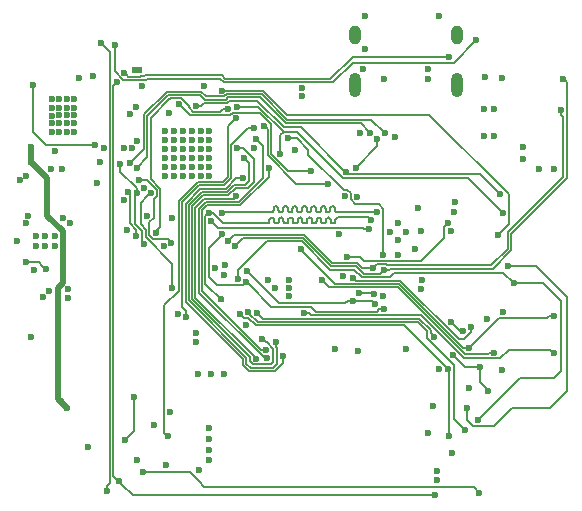
<source format=gbr>
G04 #@! TF.GenerationSoftware,KiCad,Pcbnew,5.0.2-bee76a0~70~ubuntu18.04.1*
G04 #@! TF.CreationDate,2019-04-08T17:38:34+02:00*
G04 #@! TF.ProjectId,anotterwatch,616e6f74-7465-4727-9761-7463682e6b69,rev?*
G04 #@! TF.SameCoordinates,Original*
G04 #@! TF.FileFunction,Copper,L2,Inr*
G04 #@! TF.FilePolarity,Positive*
%FSLAX46Y46*%
G04 Gerber Fmt 4.6, Leading zero omitted, Abs format (unit mm)*
G04 Created by KiCad (PCBNEW 5.0.2-bee76a0~70~ubuntu18.04.1) date Mo 08 Apr 2019 17:38:34 CEST*
%MOMM*%
%LPD*%
G01*
G04 APERTURE LIST*
G04 #@! TA.AperFunction,ViaPad*
%ADD10O,1.000000X2.100000*%
G04 #@! TD*
G04 #@! TA.AperFunction,ViaPad*
%ADD11O,1.000000X1.600000*%
G04 #@! TD*
G04 #@! TA.AperFunction,ViaPad*
%ADD12R,0.900000X0.500000*%
G04 #@! TD*
G04 #@! TA.AperFunction,ViaPad*
%ADD13C,0.600000*%
G04 #@! TD*
G04 #@! TA.AperFunction,Conductor*
%ADD14C,0.150000*%
G04 #@! TD*
G04 #@! TA.AperFunction,Conductor*
%ADD15C,0.200000*%
G04 #@! TD*
G04 #@! TA.AperFunction,Conductor*
%ADD16C,0.500000*%
G04 #@! TD*
G04 APERTURE END LIST*
D10*
G04 #@! TO.N,GND*
G04 #@! TO.C,J4*
X107160600Y-75221500D03*
X115800600Y-75221500D03*
D11*
X107160600Y-71041500D03*
X115800600Y-71041500D03*
G04 #@! TD*
D12*
G04 #@! TO.N,GND*
G04 #@! TO.C,AE1*
X88679600Y-74015600D03*
G04 #@! TD*
D13*
G04 #@! TO.N,GND*
X80950000Y-88890000D03*
X93340000Y-81410000D03*
X93340000Y-80660000D03*
X92590000Y-80660000D03*
X92590000Y-81410000D03*
X92590000Y-82160000D03*
X93340000Y-82160000D03*
X94090000Y-82160000D03*
X94090000Y-81410000D03*
X94090000Y-80660000D03*
X94090000Y-79910000D03*
X93340000Y-79910000D03*
X92590000Y-79910000D03*
X91840000Y-79910000D03*
X91840000Y-80660000D03*
X91840000Y-81410000D03*
X91840000Y-82160000D03*
X91090000Y-82160000D03*
X91090000Y-81410000D03*
X91090000Y-80660000D03*
X91090000Y-79910000D03*
X91090000Y-79160000D03*
X91840000Y-79160000D03*
X92590000Y-79160000D03*
X93340000Y-79160000D03*
X94090000Y-79160000D03*
X94840000Y-79160000D03*
X94840000Y-79910000D03*
X94840000Y-80660000D03*
X94840000Y-81410000D03*
X94840000Y-82160000D03*
X94840000Y-82910000D03*
X94090000Y-82910000D03*
X93340000Y-82910000D03*
X92590000Y-82910000D03*
X91840000Y-82910000D03*
X91090000Y-82910000D03*
G04 #@! TO.N,PROBE1*
X115265200Y-95300800D03*
X116298130Y-96062800D03*
G04 #@! TO.N,GNDA*
X112522000Y-85648800D03*
X112776000Y-87630000D03*
X115265200Y-87630000D03*
X112217200Y-89154000D03*
X119684800Y-94494000D03*
X116789200Y-100939600D03*
X113741200Y-102463600D03*
X115569375Y-86005025D03*
G04 #@! TO.N,ADC_REF*
X116687600Y-102616000D03*
X120142000Y-90576400D03*
G04 #@! TO.N,AFE_ENABLE*
X116992400Y-95758000D03*
X115073259Y-86928795D03*
X107028041Y-91572506D03*
X106982600Y-93492507D03*
X108864400Y-93776800D03*
X106527600Y-89814400D03*
X98044000Y-91033600D03*
G04 #@! TO.N,SE_ENABLE*
X120599200Y-92049600D03*
X117602000Y-103581194D03*
X97282000Y-91643200D03*
G04 #@! TO.N,GND*
X101600000Y-92456000D03*
X101600000Y-93116400D03*
X99771200Y-91795600D03*
X101600000Y-91795600D03*
X111455200Y-87680800D03*
X110794800Y-88341200D03*
X110794800Y-86969600D03*
X81500000Y-77828400D03*
X82143600Y-77825600D03*
X81500000Y-78488800D03*
X82143600Y-78486000D03*
X83413600Y-78486000D03*
X82753200Y-78486000D03*
X81500000Y-77168000D03*
X82143600Y-77165200D03*
X83413600Y-77165200D03*
X82753200Y-77165200D03*
X83413600Y-77825600D03*
X82753200Y-77825600D03*
X82143600Y-76403200D03*
X82753200Y-76403200D03*
X83413600Y-79197200D03*
X81500000Y-76400000D03*
X81500000Y-79200000D03*
X83400000Y-76400000D03*
X81750000Y-88900000D03*
X81750000Y-88050000D03*
X80200000Y-88050000D03*
X80200000Y-88900000D03*
X79350000Y-82950000D03*
X88679600Y-74015600D03*
X78802010Y-83300000D03*
X80750000Y-93200000D03*
X81300000Y-92650000D03*
X82753200Y-79197200D03*
X82753200Y-79197200D03*
X82143600Y-79197200D03*
X110128410Y-87680800D03*
X80949800Y-88036400D03*
X81737200Y-80822800D03*
X81432400Y-82397600D03*
X78587600Y-88493600D03*
X100431600Y-92456000D03*
X118973600Y-77317600D03*
X118110000Y-77317600D03*
X124053600Y-82397600D03*
X122783600Y-82397600D03*
X121361200Y-81534000D03*
X121361200Y-80467200D03*
X118973600Y-79603600D03*
X118059200Y-79603600D03*
X114300000Y-69392800D03*
X108051600Y-69392800D03*
X108000800Y-72186800D03*
X113334800Y-73914000D03*
X107594400Y-79349600D03*
X107848400Y-73863200D03*
X119634000Y-74676000D03*
X110591600Y-79654400D03*
X112877600Y-91735389D03*
X115620800Y-85191600D03*
X102717600Y-75539600D03*
X102717600Y-76200000D03*
X83769200Y-74625200D03*
X85547200Y-81788000D03*
X94843600Y-107035600D03*
X94843600Y-106121200D03*
X94843600Y-105206800D03*
X93929200Y-107848400D03*
X91135200Y-107391200D03*
X88747600Y-107035600D03*
X91541600Y-102920800D03*
X90119200Y-104038400D03*
X94843600Y-104292400D03*
X107334410Y-84734400D03*
X119594958Y-99353042D03*
X118313200Y-95046800D03*
X111455200Y-97637600D03*
X107442000Y-97790000D03*
X110794800Y-89650977D03*
X109526768Y-93077789D03*
X113334800Y-104749600D03*
X114147600Y-107899200D03*
X114291995Y-99314567D03*
X96164400Y-90525600D03*
X105816400Y-87878010D03*
X89550000Y-86310002D03*
X91690000Y-86540000D03*
X88105097Y-77678887D03*
X95294810Y-90700000D03*
X93725579Y-96246523D03*
X92216153Y-94653223D03*
X96100000Y-91300000D03*
X93900000Y-99700000D03*
X95000000Y-99700000D03*
X96100000Y-99700000D03*
X89165763Y-75334844D03*
X79710000Y-96620000D03*
G04 #@! TO.N,BUF_ENABLE*
X109626400Y-94234000D03*
X97960553Y-91904182D03*
X95919559Y-87887070D03*
G04 #@! TO.N,MUX_ENABLE*
X115163600Y-105003600D03*
X97434400Y-94640400D03*
X115017190Y-99263200D03*
G04 #@! TO.N,MUX_CH1*
X113893600Y-96570800D03*
X98862407Y-94539628D03*
G04 #@! TO.N,MUX_CH2*
X116484400Y-104495600D03*
X98143262Y-94432969D03*
G04 #@! TO.N,VBUS*
X109626400Y-74777600D03*
X113334800Y-74777600D03*
X87630000Y-80568800D03*
X88290400Y-80619600D03*
X79908400Y-75234800D03*
X85191600Y-80314800D03*
X109067600Y-79857600D03*
X107238800Y-82296000D03*
G04 #@! TO.N,IPS_LED*
X91338400Y-105003600D03*
G04 #@! TO.N,+BATT*
X83000000Y-86950000D03*
X82905600Y-92557600D03*
X82905600Y-93268800D03*
X82397600Y-82397600D03*
X82448400Y-86512400D03*
G04 #@! TO.N,IPS_MOSI*
X89893403Y-84367362D03*
X91700000Y-92400000D03*
G04 #@! TO.N,IPS_LED*
X97088835Y-78076395D03*
G04 #@! TO.N,+BATT*
X85895979Y-80619608D03*
G04 #@! TO.N,TXD*
X108458000Y-79298800D03*
X88727664Y-82242010D03*
G04 #@! TO.N,RXD*
X109677200Y-79298800D03*
X88090000Y-81880000D03*
G04 #@! TO.N,BTN_UP*
X119278400Y-87934800D03*
X95870000Y-75712010D03*
G04 #@! TO.N,BTN_CNTR*
X119684800Y-86055200D03*
X100813542Y-81087514D03*
X97172964Y-77072384D03*
G04 #@! TO.N,BTN_DOWN*
X119430800Y-84480400D03*
X106375200Y-82606790D03*
X93714485Y-77020821D03*
G04 #@! TO.N,ADC_SCK*
X108559515Y-86709610D03*
X94810000Y-86050000D03*
X95800000Y-93400000D03*
G04 #@! TO.N,IPS_DC*
X98660456Y-78853585D03*
X92900000Y-94900000D03*
G04 #@! TO.N,WAKE1*
X90344983Y-87762068D03*
X96447570Y-77258480D03*
G04 #@! TO.N,I2C_SCL*
X124612400Y-77368400D03*
X108708722Y-90741476D03*
X96422786Y-88411769D03*
X88663450Y-88051464D03*
X87968525Y-84322005D03*
G04 #@! TO.N,I2C_SDA*
X124815600Y-74726800D03*
X96995997Y-88881781D03*
X109626400Y-90943022D03*
X89280002Y-88679941D03*
X87290000Y-81930000D03*
X88689696Y-84413978D03*
G04 #@! TO.N,SD_DATA2*
X99314000Y-96723200D03*
X97188547Y-80588538D03*
G04 #@! TO.N,SD_DATA3*
X100482400Y-96977200D03*
X97800000Y-81430000D03*
G04 #@! TO.N,SD_CMD*
X101041200Y-98196400D03*
X97653364Y-83157855D03*
G04 #@! TO.N,SD_DATA1*
X98756166Y-98405590D03*
X97120032Y-84650032D03*
G04 #@! TO.N,PARTY_ENABLE*
X88442800Y-101650800D03*
X87680800Y-105308400D03*
G04 #@! TO.N,ESP32_DAC*
X99466400Y-78678590D03*
X104901375Y-83617425D03*
G04 #@! TO.N,Net-(D2-Pad1)*
X85699600Y-71729600D03*
X86156800Y-109626400D03*
G04 #@! TO.N,ADC_MISO*
X109073590Y-85998410D03*
X95893487Y-86069575D03*
X91630000Y-88590000D03*
X88910000Y-83300000D03*
G04 #@! TO.N,ADC_CS*
X108345263Y-87404335D03*
X95002827Y-86760591D03*
G04 #@! TO.N,ADC_CH_SEL*
X101506349Y-79748051D03*
X109524800Y-89611200D03*
G04 #@! TO.N,Net-(D1-Pad1)*
X117449600Y-71475600D03*
X86817200Y-71831200D03*
G04 #@! TO.N,+BATT*
X94370000Y-75330000D03*
G04 #@! TO.N,ESP_ADC*
X103428800Y-82499200D03*
G04 #@! TO.N,+3V3*
X80009377Y-90906076D03*
X98644655Y-80576144D03*
X118211600Y-74574400D03*
G04 #@! TO.N,ESP_ADC*
X92230000Y-76870000D03*
G04 #@! TO.N,+3V3*
X84988400Y-74523600D03*
X84582000Y-105867200D03*
X114147600Y-108661200D03*
X115468400Y-98145600D03*
X117754400Y-99161600D03*
X118465600Y-101142800D03*
X105511600Y-97637600D03*
X106121200Y-91440000D03*
X79502000Y-86360000D03*
X79298800Y-86969600D03*
X97942400Y-95554800D03*
X112725200Y-92557600D03*
X115417600Y-106426000D03*
X106290621Y-84632800D03*
X102057200Y-80772000D03*
X91450000Y-77590000D03*
X87830000Y-87520000D03*
X90978546Y-88912730D03*
X87619988Y-84960023D03*
X89275793Y-83983820D03*
X85360000Y-83580000D03*
X88660092Y-77123892D03*
X88700000Y-80000000D03*
X93728107Y-96973531D03*
G04 #@! TO.N,Net-(C28-Pad1)*
X79350000Y-90250000D03*
X80975200Y-90830400D03*
G04 #@! TO.N,Net-(J3-Pad1)*
X124002800Y-94843600D03*
X116840000Y-97485200D03*
X102565200Y-89154000D03*
G04 #@! TO.N,Net-(J3-Pad2)*
X118973600Y-97897600D03*
X104343200Y-91744800D03*
G04 #@! TO.N,Net-(J3-Pad3)*
X124002800Y-97942400D03*
X102819200Y-94538789D03*
G04 #@! TO.N,Net-(C15-Pad1)*
X108818632Y-92913200D03*
X107537610Y-92853528D03*
G04 #@! TO.N,Net-(BT1-Pad1)*
X79705200Y-80467200D03*
X82804000Y-102565200D03*
X82245200Y-102006400D03*
X79756000Y-81788000D03*
G04 #@! TO.N,Net-(D3-Pad1)*
X89255600Y-108051600D03*
X117703600Y-109778800D03*
G04 #@! TO.N,Net-(J1-Pad5)*
X98755200Y-79857596D03*
X99760178Y-98398116D03*
G04 #@! TO.N,Net-(J1-Pad7)*
X99629972Y-97682859D03*
X99850000Y-82310000D03*
G04 #@! TO.N,Net-(C31-Pad1)*
X115163600Y-72847200D03*
X113944400Y-109982000D03*
X87014410Y-75031600D03*
X87642261Y-74206539D03*
X87155123Y-108801791D03*
G04 #@! TD*
D14*
G04 #@! TO.N,PROBE1*
X116027200Y-96062800D02*
X116298130Y-96062800D01*
X115265200Y-95300800D02*
X116027200Y-96062800D01*
G04 #@! TO.N,ADC_REF*
X116687600Y-102616000D02*
X116687600Y-103124000D01*
X116687600Y-103124000D02*
X116687600Y-103632000D01*
X117138795Y-104083195D02*
X118979605Y-104083195D01*
X116687600Y-103632000D02*
X117138795Y-104083195D01*
X118979605Y-104083195D02*
X120497600Y-102565200D01*
X120497600Y-102565200D02*
X120548400Y-102616000D01*
X120548400Y-102616000D02*
X123647200Y-102616000D01*
X123647200Y-102616000D02*
X125120400Y-101142800D01*
X125120400Y-101142800D02*
X125120400Y-93218000D01*
X125120400Y-93218000D02*
X122478800Y-90576400D01*
X122478800Y-90576400D02*
X120142000Y-90576400D01*
G04 #@! TO.N,AFE_ENABLE*
X106982600Y-93492507D02*
X108580107Y-93492507D01*
X108580107Y-93492507D02*
X108864400Y-93776800D01*
X115983449Y-96762011D02*
X111018943Y-91797505D01*
X107253039Y-91797505D02*
X107028041Y-91572506D01*
X116412653Y-96762011D02*
X115983449Y-96762011D01*
X116992400Y-96182264D02*
X116412653Y-96762011D01*
X116992400Y-95758000D02*
X116992400Y-96182264D01*
X111018943Y-91797505D02*
X107253039Y-91797505D01*
X114706400Y-88188800D02*
X112731199Y-90164001D01*
X114706400Y-87295654D02*
X114706400Y-88188800D01*
X106951864Y-89814400D02*
X106527600Y-89814400D01*
X107911065Y-90164001D02*
X107561464Y-89814400D01*
X115073259Y-86928795D02*
X114706400Y-87295654D01*
X112731199Y-90164001D02*
X107911065Y-90164001D01*
X107561464Y-89814400D02*
X106951864Y-89814400D01*
X98343999Y-91333599D02*
X98044000Y-91033600D01*
X106982600Y-93492507D02*
X106558336Y-93492507D01*
X106558336Y-93492507D02*
X106324843Y-93726000D01*
X100736400Y-93726000D02*
X98343999Y-91333599D01*
X106324843Y-93726000D02*
X100736400Y-93726000D01*
G04 #@! TO.N,SE_ENABLE*
X124612400Y-99466400D02*
X124002800Y-100076000D01*
X121107194Y-100076000D02*
X117901999Y-103281195D01*
X117901999Y-103281195D02*
X117602000Y-103581194D01*
X124612400Y-93573600D02*
X124612400Y-99466400D01*
X124002800Y-100076000D02*
X121107194Y-100076000D01*
X123088400Y-92049600D02*
X124612400Y-93573600D01*
X120599200Y-92049600D02*
X123088400Y-92049600D01*
X105024583Y-90870421D02*
X102647762Y-88493600D01*
X119684800Y-91135200D02*
X110504150Y-91135200D01*
X110118856Y-91520494D02*
X107776483Y-91520494D01*
X97282000Y-90932000D02*
X97282000Y-91218936D01*
X107126410Y-90870421D02*
X105024583Y-90870421D01*
X102647762Y-88493600D02*
X99720400Y-88493600D01*
X120599200Y-92049600D02*
X119684800Y-91135200D01*
X110504150Y-91135200D02*
X110118856Y-91520494D01*
X99720400Y-88493600D02*
X97282000Y-90932000D01*
X107776483Y-91520494D02*
X107126410Y-90870421D01*
X97282000Y-91218936D02*
X97282000Y-91643200D01*
G04 #@! TO.N,BUF_ENABLE*
X108998936Y-94437200D02*
X103835200Y-94437200D01*
X98260552Y-92204181D02*
X97960553Y-91904182D01*
X103835200Y-94437200D02*
X103428800Y-94030800D01*
X103428800Y-94030800D02*
X100087171Y-94030800D01*
X109202136Y-94234000D02*
X108998936Y-94437200D01*
X100087171Y-94030800D02*
X98260552Y-92204181D01*
X109626400Y-94234000D02*
X109202136Y-94234000D01*
X94792800Y-89013829D02*
X95619560Y-88187069D01*
X95619560Y-88187069D02*
X95919559Y-87887070D01*
X97660554Y-92204181D02*
X95495933Y-92204181D01*
X95495933Y-92204181D02*
X94792800Y-91501048D01*
X94792800Y-91501048D02*
X94792800Y-89013829D01*
X97960553Y-91904182D02*
X97660554Y-92204181D01*
G04 #@! TO.N,MUX_ENABLE*
X97734399Y-94940399D02*
X98089999Y-94940399D01*
X97434400Y-94640400D02*
X97734399Y-94940399D01*
X114717191Y-98963201D02*
X115017190Y-99263200D01*
X115163600Y-99409610D02*
X115017190Y-99263200D01*
X98089999Y-94940399D02*
X98755200Y-95605600D01*
X98755200Y-95605600D02*
X111359590Y-95605600D01*
X111359590Y-95605600D02*
X114717191Y-98963201D01*
X115163600Y-105003600D02*
X115163600Y-99409610D01*
G04 #@! TO.N,MUX_CH1*
X99363580Y-95040801D02*
X99162406Y-94839627D01*
X112617601Y-95040801D02*
X99363580Y-95040801D01*
X99162406Y-94839627D02*
X98862407Y-94539628D01*
X113893600Y-96570800D02*
X113593601Y-96270801D01*
X113593601Y-96016801D02*
X112617601Y-95040801D01*
X113593601Y-96270801D02*
X113593601Y-96016801D01*
G04 #@! TO.N,MUX_CH2*
X98143262Y-94536462D02*
X98143262Y-94432969D01*
X101769411Y-95317811D02*
X98924611Y-95317811D01*
X98924611Y-95317811D02*
X98143262Y-94536462D01*
X113284000Y-96113600D02*
X112488210Y-95317810D01*
X113284000Y-96704162D02*
X113284000Y-96113600D01*
X115519200Y-98939362D02*
X113284000Y-96704162D01*
X115519200Y-103530400D02*
X115519200Y-98939362D01*
X116484400Y-104495600D02*
X115519200Y-103530400D01*
X103803540Y-95317810D02*
X101735390Y-95317810D01*
X112488210Y-95317810D02*
X103803540Y-95317810D01*
G04 #@! TO.N,VBUS*
X80975200Y-80314800D02*
X84767336Y-80314800D01*
X84767336Y-80314800D02*
X85191600Y-80314800D01*
X79908400Y-79248000D02*
X80975200Y-80314800D01*
X79908400Y-75234800D02*
X79908400Y-79248000D01*
X107238800Y-82245200D02*
X107238800Y-82296000D01*
X109067600Y-79857600D02*
X109067600Y-80416400D01*
X109067600Y-80416400D02*
X107238800Y-82245200D01*
G04 #@! TO.N,IPS_MOSI*
X89593404Y-84667361D02*
X89893403Y-84367362D01*
X91700000Y-92500000D02*
X91700000Y-90390000D01*
X91700000Y-90390000D02*
X89450000Y-88140000D01*
X89017999Y-85242766D02*
X89593404Y-84667361D01*
X89017999Y-87054796D02*
X89017999Y-85242766D01*
X89450000Y-87486797D02*
X89017999Y-87054796D01*
X89450000Y-88140000D02*
X89450000Y-87486797D01*
G04 #@! TO.N,IPS_LED*
X92270000Y-87250000D02*
X92272990Y-87247010D01*
X92270000Y-87250000D02*
X92270001Y-85048249D01*
X95970000Y-83460000D02*
X93860000Y-83460000D01*
X96401387Y-83028613D02*
X95970000Y-83460000D01*
X96401387Y-78758811D02*
X96401387Y-83028613D01*
X96538635Y-78621365D02*
X96538635Y-78621563D01*
X93860000Y-83460000D02*
X92270000Y-85050000D01*
X96538635Y-78621563D02*
X96401387Y-78758811D01*
X96920000Y-78240000D02*
X96538635Y-78621365D01*
X92270000Y-92650000D02*
X92270000Y-87250000D01*
X91038401Y-93881599D02*
X92270000Y-92650000D01*
X91338400Y-105003600D02*
X91038401Y-104703601D01*
X91038401Y-104703601D02*
X91038401Y-93881599D01*
G04 #@! TO.N,TXD*
X94446308Y-76491022D02*
X94042297Y-76087011D01*
X89592989Y-77852299D02*
X89592989Y-81367011D01*
X108458000Y-79298800D02*
X107645200Y-78486000D01*
X107645200Y-78486000D02*
X101346000Y-78486000D01*
X91358277Y-76087011D02*
X89592989Y-77852299D01*
X89592989Y-81367011D02*
X88720000Y-82240000D01*
X96225702Y-76491022D02*
X94446308Y-76491022D01*
X96423351Y-76293373D02*
X96225702Y-76491022D01*
X94042297Y-76087011D02*
X91358277Y-76087011D01*
X99153373Y-76293373D02*
X96423351Y-76293373D01*
X101346000Y-78486000D02*
X99153373Y-76293373D01*
G04 #@! TO.N,RXD*
X109677200Y-79298800D02*
X108559600Y-78181200D01*
X89315978Y-80654022D02*
X88100000Y-81870000D01*
X94561049Y-76214011D02*
X94157038Y-75810000D01*
X89315978Y-77737558D02*
X89315978Y-80654022D01*
X96110961Y-76214011D02*
X94561049Y-76214011D01*
X101432952Y-78181200D02*
X99268114Y-76016362D01*
X91243536Y-75810000D02*
X89315978Y-77737558D01*
X99268114Y-76016362D02*
X96308609Y-76016363D01*
X108559600Y-78181200D02*
X101432952Y-78181200D01*
X94157038Y-75810000D02*
X91243536Y-75810000D01*
X96308609Y-76016363D02*
X96110961Y-76214011D01*
G04 #@! TO.N,BTN_UP*
X101418302Y-77774800D02*
X99355512Y-75712010D01*
X96294264Y-75712010D02*
X95870000Y-75712010D01*
X120192800Y-87020400D02*
X120192800Y-84499438D01*
X119278400Y-87934800D02*
X120192800Y-87020400D01*
X113468162Y-77774800D02*
X101418302Y-77774800D01*
X120192800Y-84499438D02*
X113468162Y-77774800D01*
X99355512Y-75712010D02*
X96294264Y-75712010D01*
G04 #@! TO.N,BTN_CNTR*
X100813542Y-80663250D02*
X100813542Y-81087514D01*
X101119722Y-79197200D02*
X100813542Y-79503380D01*
X100813542Y-79503380D02*
X100813542Y-80663250D01*
X101119722Y-79197200D02*
X102238150Y-79197200D01*
X119384801Y-85755201D02*
X119684800Y-86055200D01*
X106149750Y-83108800D02*
X116738400Y-83108800D01*
X116738400Y-83108800D02*
X119384801Y-85755201D01*
X102238150Y-79197200D02*
X106149750Y-83108800D01*
X98994906Y-77072384D02*
X97597228Y-77072384D01*
X97597228Y-77072384D02*
X97172964Y-77072384D01*
X101119722Y-79197200D02*
X98994906Y-77072384D01*
G04 #@! TO.N,BTN_DOWN*
X106426000Y-82651600D02*
X106420010Y-82651600D01*
X106420010Y-82651600D02*
X106375200Y-82606790D01*
X102565200Y-78841600D02*
X101155874Y-78841600D01*
X119430800Y-84480400D02*
X117754400Y-82804000D01*
X106527600Y-82804000D02*
X102565200Y-78841600D01*
X96538092Y-76570384D02*
X96340443Y-76768033D01*
X117754400Y-82804000D02*
X106527600Y-82804000D01*
X101155874Y-78841600D02*
X98884658Y-76570384D01*
X96340443Y-76768033D02*
X94391537Y-76768033D01*
X94138749Y-77020821D02*
X93714485Y-77020821D01*
X94391537Y-76768033D02*
X94138749Y-77020821D01*
X98884658Y-76570384D02*
X96538092Y-76570384D01*
G04 #@! TO.N,ADC_SCK*
X103714800Y-86961600D02*
X103670295Y-86956586D01*
X103558433Y-86886298D02*
X103534606Y-86848377D01*
X100159304Y-86466615D02*
X100114800Y-86461600D01*
X101670295Y-86466615D02*
X101628023Y-86481407D01*
X104694993Y-86848377D02*
X104671166Y-86886298D01*
X103270295Y-86466615D02*
X103228023Y-86481407D01*
X101228023Y-86941794D02*
X101190102Y-86917967D01*
X103934606Y-86574824D02*
X103919814Y-86617096D01*
X105628023Y-86481407D02*
X105590102Y-86505234D01*
X101494993Y-86848377D02*
X101471166Y-86886298D01*
X101914800Y-86761600D02*
X101914800Y-86661600D01*
X100671166Y-86886298D02*
X100639497Y-86917967D01*
X102828023Y-86941794D02*
X102790102Y-86917967D01*
X100639497Y-86917967D02*
X100601576Y-86941794D01*
X103494993Y-86574824D02*
X103471166Y-86536903D01*
X101471166Y-86886298D02*
X101439497Y-86917967D01*
X100294993Y-86574824D02*
X100271166Y-86536903D01*
X104159304Y-86466615D02*
X104114800Y-86461600D01*
X105071166Y-86536903D02*
X105039497Y-86505234D01*
X101919814Y-86806105D02*
X101914800Y-86761600D01*
X100334606Y-86848377D02*
X100319814Y-86806105D01*
X102714800Y-86661600D02*
X102709785Y-86617096D01*
X100070295Y-86466615D02*
X100028023Y-86481407D01*
X105119814Y-86806105D02*
X105114800Y-86761600D01*
X102114800Y-86961600D02*
X102070295Y-86956586D01*
X100601576Y-86941794D02*
X100559304Y-86956586D01*
X100790102Y-86505234D02*
X100758433Y-86536903D01*
X105114800Y-86661600D02*
X105109785Y-86617096D01*
X101590102Y-86505234D02*
X101558433Y-86536903D01*
X102070295Y-86956586D02*
X102028023Y-86941794D01*
X101039497Y-86505234D02*
X101001576Y-86481407D01*
X103514800Y-86761600D02*
X103514800Y-86661600D01*
X108508800Y-86664800D02*
X108305600Y-86461600D01*
X108305600Y-86461600D02*
X105714800Y-86461600D01*
X104114800Y-86461600D02*
X104070295Y-86466615D01*
X105714800Y-86461600D02*
X105670295Y-86466615D01*
X100828023Y-86481407D02*
X100790102Y-86505234D01*
X105670295Y-86466615D02*
X105628023Y-86481407D01*
X103039497Y-86917967D02*
X103001576Y-86941794D01*
X101001576Y-86481407D02*
X100959304Y-86466615D01*
X105590102Y-86505234D02*
X105558433Y-86536903D01*
X103114800Y-86661600D02*
X103114800Y-86761600D01*
X101114800Y-86661600D02*
X101109785Y-86617096D01*
X105558433Y-86536903D02*
X105534606Y-86574824D01*
X105270295Y-86956586D02*
X105228023Y-86941794D01*
X105534606Y-86574824D02*
X105519814Y-86617096D01*
X105519814Y-86617096D02*
X105514800Y-86661600D01*
X105514800Y-86661600D02*
X105514800Y-86761600D01*
X105514800Y-86761600D02*
X105509785Y-86806105D01*
X105094993Y-86574824D02*
X105071166Y-86536903D01*
X104334606Y-86848377D02*
X104319814Y-86806105D01*
X105509785Y-86806105D02*
X105494993Y-86848377D01*
X99934606Y-86574824D02*
X99919814Y-86617096D01*
X105494993Y-86848377D02*
X105471166Y-86886298D01*
X105471166Y-86886298D02*
X105439497Y-86917967D01*
X103894993Y-86848377D02*
X103871166Y-86886298D01*
X100358433Y-86886298D02*
X100334606Y-86848377D01*
X105439497Y-86917967D02*
X105401576Y-86941794D01*
X100314800Y-86661600D02*
X100309785Y-86617096D01*
X105401576Y-86941794D02*
X105359304Y-86956586D01*
X100201576Y-86481407D02*
X100159304Y-86466615D01*
X105359304Y-86956586D02*
X105314800Y-86961600D01*
X105314800Y-86961600D02*
X105270295Y-86956586D01*
X105228023Y-86941794D02*
X105190102Y-86917967D01*
X105190102Y-86917967D02*
X105158433Y-86886298D01*
X105158433Y-86886298D02*
X105134606Y-86848377D01*
X105134606Y-86848377D02*
X105119814Y-86806105D01*
X105114800Y-86761600D02*
X105114800Y-86661600D01*
X105109785Y-86617096D02*
X105094993Y-86574824D01*
X103514800Y-86661600D02*
X103509785Y-86617096D01*
X104714800Y-86761600D02*
X104709785Y-86806105D01*
X102694993Y-86574824D02*
X102671166Y-86536903D01*
X102671166Y-86536903D02*
X102639497Y-86505234D01*
X101914800Y-86661600D02*
X101909785Y-86617096D01*
X102334606Y-86574824D02*
X102319814Y-86617096D01*
X102319814Y-86617096D02*
X102314800Y-86661600D01*
X102709785Y-86617096D02*
X102694993Y-86574824D01*
X100694993Y-86848377D02*
X100671166Y-86886298D01*
X101401576Y-86941794D02*
X101359304Y-86956586D01*
X102390102Y-86505234D02*
X102358433Y-86536903D01*
X102358433Y-86536903D02*
X102334606Y-86574824D01*
X102314800Y-86761600D02*
X102309785Y-86806105D01*
X102309785Y-86806105D02*
X102294993Y-86848377D01*
X101519814Y-86617096D02*
X101514800Y-86661600D01*
X102294993Y-86848377D02*
X102271166Y-86886298D01*
X101514800Y-86661600D02*
X101514800Y-86761600D01*
X102201576Y-86941794D02*
X102159304Y-86956586D01*
X102870295Y-86956586D02*
X102828023Y-86941794D01*
X102159304Y-86956586D02*
X102114800Y-86961600D01*
X102028023Y-86941794D02*
X101990102Y-86917967D01*
X101990102Y-86917967D02*
X101958433Y-86886298D01*
X102719814Y-86806105D02*
X102714800Y-86761600D01*
X101934606Y-86848377D02*
X101919814Y-86806105D01*
X102601576Y-86481407D02*
X102559304Y-86466615D01*
X101894993Y-86574824D02*
X101871166Y-86536903D01*
X104428023Y-86941794D02*
X104390102Y-86917967D01*
X99894993Y-86848377D02*
X99871166Y-86886298D01*
X102470295Y-86466615D02*
X102428023Y-86481407D01*
X101801576Y-86481407D02*
X101759304Y-86466615D01*
X101871166Y-86536903D02*
X101839497Y-86505234D01*
X99871166Y-86886298D02*
X95992336Y-86886298D01*
X102428023Y-86481407D02*
X102390102Y-86505234D01*
X101839497Y-86505234D02*
X101801576Y-86481407D01*
X99909785Y-86806105D02*
X99894993Y-86848377D01*
X102514800Y-86461600D02*
X102470295Y-86466615D01*
X101909785Y-86617096D02*
X101894993Y-86574824D01*
X104470295Y-86956586D02*
X104428023Y-86941794D01*
X101759304Y-86466615D02*
X101714800Y-86461600D01*
X100271166Y-86536903D02*
X100239497Y-86505234D01*
X99919814Y-86617096D02*
X99914800Y-86661600D01*
X100239497Y-86505234D02*
X100201576Y-86481407D01*
X95992336Y-86886298D02*
X95156038Y-86050000D01*
X100309785Y-86617096D02*
X100294993Y-86574824D01*
X100314800Y-86761600D02*
X100314800Y-86661600D01*
X101509785Y-86806105D02*
X101494993Y-86848377D01*
X102239497Y-86917967D02*
X102201576Y-86941794D01*
X100114800Y-86461600D02*
X100070295Y-86466615D01*
X101714800Y-86461600D02*
X101670295Y-86466615D01*
X101628023Y-86481407D02*
X101590102Y-86505234D01*
X102314800Y-86661600D02*
X102314800Y-86761600D01*
X99914800Y-86661600D02*
X99914800Y-86761600D01*
X104319814Y-86806105D02*
X104314800Y-86761600D01*
X101071166Y-86536903D02*
X101039497Y-86505234D01*
X99914800Y-86761600D02*
X99909785Y-86806105D01*
X102559304Y-86466615D02*
X102514800Y-86461600D01*
X100514800Y-86961600D02*
X100470295Y-86956586D01*
X101190102Y-86917967D02*
X101158433Y-86886298D01*
X100390102Y-86917967D02*
X100358433Y-86886298D01*
X100319814Y-86806105D02*
X100314800Y-86761600D01*
X101514800Y-86761600D02*
X101509785Y-86806105D01*
X102271166Y-86886298D02*
X102239497Y-86917967D01*
X101958433Y-86886298D02*
X101934606Y-86848377D01*
X102714800Y-86761600D02*
X102714800Y-86661600D01*
X95156038Y-86050000D02*
X94810000Y-86050000D01*
X102790102Y-86917967D02*
X102758433Y-86886298D01*
X100559304Y-86956586D02*
X100514800Y-86961600D01*
X100428023Y-86941794D02*
X100390102Y-86917967D01*
X100709785Y-86806105D02*
X100694993Y-86848377D01*
X101359304Y-86956586D02*
X101314800Y-86961600D01*
X100714800Y-86661600D02*
X100714800Y-86761600D01*
X100734606Y-86574824D02*
X100719814Y-86617096D01*
X100758433Y-86536903D02*
X100734606Y-86574824D01*
X100470295Y-86956586D02*
X100428023Y-86941794D01*
X101094993Y-86574824D02*
X101071166Y-86536903D01*
X100714800Y-86761600D02*
X100709785Y-86806105D01*
X102734606Y-86848377D02*
X102719814Y-86806105D01*
X100719814Y-86617096D02*
X100714800Y-86661600D01*
X102758433Y-86886298D02*
X102734606Y-86848377D01*
X100870295Y-86466615D02*
X100828023Y-86481407D01*
X102914800Y-86961600D02*
X102870295Y-86956586D01*
X100914800Y-86461600D02*
X100870295Y-86466615D01*
X102959304Y-86956586D02*
X102914800Y-86961600D01*
X104201576Y-86481407D02*
X104159304Y-86466615D01*
X103628023Y-86941794D02*
X103590102Y-86917967D01*
X104601576Y-86941794D02*
X104559304Y-86956586D01*
X100959304Y-86466615D02*
X100914800Y-86461600D01*
X103001576Y-86941794D02*
X102959304Y-86956586D01*
X103670295Y-86956586D02*
X103628023Y-86941794D01*
X103919814Y-86617096D02*
X103914800Y-86661600D01*
X103071166Y-86886298D02*
X103039497Y-86917967D01*
X103759304Y-86956586D02*
X103714800Y-86961600D01*
X103958433Y-86536903D02*
X103934606Y-86574824D01*
X103109785Y-86806105D02*
X103094993Y-86848377D01*
X101109785Y-86617096D02*
X101094993Y-86574824D01*
X103114800Y-86761600D02*
X103109785Y-86806105D01*
X103871166Y-86886298D02*
X103839497Y-86917967D01*
X104070295Y-86466615D02*
X104028023Y-86481407D01*
X103119814Y-86617096D02*
X103114800Y-86661600D01*
X101114800Y-86761600D02*
X101114800Y-86661600D01*
X101534606Y-86574824D02*
X101519814Y-86617096D01*
X104309785Y-86617096D02*
X104294993Y-86574824D01*
X101119814Y-86806105D02*
X101114800Y-86761600D01*
X103134606Y-86574824D02*
X103119814Y-86617096D01*
X101134606Y-86848377D02*
X101119814Y-86806105D01*
X103158433Y-86536903D02*
X103134606Y-86574824D01*
X104959304Y-86466615D02*
X104914800Y-86461600D01*
X101158433Y-86886298D02*
X101134606Y-86848377D01*
X103190102Y-86505234D02*
X103158433Y-86536903D01*
X103228023Y-86481407D02*
X103190102Y-86505234D01*
X101270295Y-86956586D02*
X101228023Y-86941794D01*
X103314800Y-86461600D02*
X103270295Y-86466615D01*
X101314800Y-86961600D02*
X101270295Y-86956586D01*
X103359304Y-86466615D02*
X103314800Y-86461600D01*
X103401576Y-86481407D02*
X103359304Y-86466615D01*
X101439497Y-86917967D02*
X101401576Y-86941794D01*
X103471166Y-86536903D02*
X103439497Y-86505234D01*
X104714800Y-86661600D02*
X104714800Y-86761600D01*
X103509785Y-86617096D02*
X103494993Y-86574824D01*
X103519814Y-86806105D02*
X103514800Y-86761600D01*
X103534606Y-86848377D02*
X103519814Y-86806105D01*
X103590102Y-86917967D02*
X103558433Y-86886298D01*
X103914800Y-86761600D02*
X103909785Y-86806105D01*
X103801576Y-86941794D02*
X103759304Y-86956586D01*
X103990102Y-86505234D02*
X103958433Y-86536903D01*
X102639497Y-86505234D02*
X102601576Y-86481407D01*
X104514800Y-86961600D02*
X104470295Y-86956586D01*
X105039497Y-86505234D02*
X105001576Y-86481407D01*
X103094993Y-86848377D02*
X103071166Y-86886298D01*
X103839497Y-86917967D02*
X103801576Y-86941794D01*
X104028023Y-86481407D02*
X103990102Y-86505234D01*
X103909785Y-86806105D02*
X103894993Y-86848377D01*
X103914800Y-86661600D02*
X103914800Y-86761600D01*
X105001576Y-86481407D02*
X104959304Y-86466615D01*
X104239497Y-86505234D02*
X104201576Y-86481407D01*
X104271166Y-86536903D02*
X104239497Y-86505234D01*
X103439497Y-86505234D02*
X103401576Y-86481407D01*
X104559304Y-86956586D02*
X104514800Y-86961600D01*
X104294993Y-86574824D02*
X104271166Y-86536903D01*
X104314800Y-86661600D02*
X104309785Y-86617096D01*
X101558433Y-86536903D02*
X101534606Y-86574824D01*
X104314800Y-86761600D02*
X104314800Y-86661600D01*
X104358433Y-86886298D02*
X104334606Y-86848377D01*
X104390102Y-86917967D02*
X104358433Y-86886298D01*
X104914800Y-86461600D02*
X104870295Y-86466615D01*
X99958433Y-86536903D02*
X99934606Y-86574824D01*
X104639497Y-86917967D02*
X104601576Y-86941794D01*
X104671166Y-86886298D02*
X104639497Y-86917967D01*
X104709785Y-86806105D02*
X104694993Y-86848377D01*
X104719814Y-86617096D02*
X104714800Y-86661600D01*
X104734606Y-86574824D02*
X104719814Y-86617096D01*
X104758433Y-86536903D02*
X104734606Y-86574824D01*
X104790102Y-86505234D02*
X104758433Y-86536903D01*
X104828023Y-86481407D02*
X104790102Y-86505234D01*
X99990102Y-86505234D02*
X99958433Y-86536903D01*
X104870295Y-86466615D02*
X104828023Y-86481407D01*
X100028023Y-86481407D02*
X99990102Y-86505234D01*
D15*
X95900000Y-93500000D02*
X95800000Y-93400000D01*
D14*
X94510001Y-86349999D02*
X94810000Y-86050000D01*
X94500001Y-86359999D02*
X94510001Y-86349999D01*
X94500001Y-92100001D02*
X94500001Y-86359999D01*
X95969200Y-93569200D02*
X94500001Y-92100001D01*
G04 #@! TO.N,IPS_DC*
X96678398Y-80327838D02*
X98152651Y-78853585D01*
X96678398Y-81796650D02*
X96678398Y-80327838D01*
X98236192Y-78853585D02*
X98660456Y-78853585D01*
X98152651Y-78853585D02*
X98236192Y-78853585D01*
X96680000Y-81750000D02*
X96680000Y-83150000D01*
X93968760Y-83742992D02*
X92550000Y-85161752D01*
X96087008Y-83742992D02*
X93968760Y-83742992D01*
X92900000Y-94475736D02*
X92900000Y-94900000D01*
X92900000Y-94375736D02*
X92900000Y-94475736D01*
X92550000Y-94025736D02*
X92900000Y-94375736D01*
X92550000Y-85161752D02*
X92550000Y-94025736D01*
X96680000Y-83150000D02*
X96087008Y-83742992D01*
G04 #@! TO.N,WAKE1*
X90525600Y-87426800D02*
X90525600Y-87581451D01*
X90525600Y-87581451D02*
X90344983Y-87762068D01*
X90672416Y-87279984D02*
X90271600Y-87680800D01*
X90672416Y-84011659D02*
X90672416Y-87279984D01*
X89870000Y-83209243D02*
X90672416Y-84011659D01*
X89870000Y-78050000D02*
X89870000Y-83209243D01*
X91460000Y-76460000D02*
X89870000Y-78050000D01*
X93100000Y-76997038D02*
X92466984Y-76364022D01*
X93473524Y-77522822D02*
X93100000Y-77149298D01*
X96447570Y-77258480D02*
X96023306Y-77258480D01*
X92466984Y-76364022D02*
X91555978Y-76364022D01*
X96023306Y-77258480D02*
X95758964Y-77522822D01*
X95758964Y-77522822D02*
X93473524Y-77522822D01*
X93100000Y-77149298D02*
X93100000Y-76997038D01*
X91555978Y-76364022D02*
X91370000Y-76550000D01*
G04 #@! TO.N,I2C_SCL*
X109829702Y-90441012D02*
X109009186Y-90441012D01*
X109914290Y-90525600D02*
X109829702Y-90441012D01*
X124612400Y-77368400D02*
X124612400Y-77792664D01*
X124815600Y-83007200D02*
X120091200Y-87731600D01*
X109009186Y-90441012D02*
X109008721Y-90441477D01*
X120091200Y-89098420D02*
X118664020Y-90525600D01*
X124815600Y-77995864D02*
X124815600Y-83007200D01*
X120091200Y-87731600D02*
X120091200Y-89098420D01*
X109008721Y-90441477D02*
X108708722Y-90741476D01*
X118664020Y-90525600D02*
X109914290Y-90525600D01*
X124612400Y-77792664D02*
X124815600Y-77995864D01*
X107780980Y-90741476D02*
X107355905Y-90316401D01*
X96722785Y-88111770D02*
X96422786Y-88411769D01*
X105254067Y-90316401D02*
X102872466Y-87934800D01*
X108708722Y-90741476D02*
X107780980Y-90741476D01*
X107355905Y-90316401D02*
X105254067Y-90316401D01*
X102872466Y-87934800D02*
X96899755Y-87934800D01*
X96899755Y-87934800D02*
X96722785Y-88111770D01*
X88663450Y-88051464D02*
X88663450Y-87483751D01*
X88122001Y-84475481D02*
X87968525Y-84322005D01*
X88122001Y-86942302D02*
X88122001Y-84475481D01*
X88663450Y-87483751D02*
X88122001Y-86942302D01*
G04 #@! TO.N,I2C_SDA*
X110050664Y-90943022D02*
X109626400Y-90943022D01*
X120396000Y-89255600D02*
X118821200Y-90830400D01*
X120396000Y-87833200D02*
X120396000Y-89255600D01*
X125115599Y-83113601D02*
X120396000Y-87833200D01*
X118821200Y-90830400D02*
X110163286Y-90830400D01*
X124815600Y-74726800D02*
X125115599Y-75026799D01*
X125115599Y-75026799D02*
X125115599Y-83113601D01*
X110163286Y-90830400D02*
X110050664Y-90943022D01*
X96995997Y-88881781D02*
X97665967Y-88211811D01*
X107241159Y-90593412D02*
X107891230Y-91243483D01*
X105139326Y-90593412D02*
X107241159Y-90593412D01*
X102757725Y-88211811D02*
X105139326Y-90593412D01*
X109325939Y-91243483D02*
X109326401Y-91243021D01*
X97665967Y-88211811D02*
X102757725Y-88211811D01*
X109326401Y-91243021D02*
X109626400Y-90943022D01*
X107891230Y-91243483D02*
X109325939Y-91243483D01*
X88560000Y-86988549D02*
X88560000Y-84400000D01*
X89172989Y-87601538D02*
X88560000Y-86988549D01*
X89280002Y-88679941D02*
X89172989Y-88572928D01*
X89172989Y-88572928D02*
X89172989Y-87601538D01*
X87290000Y-81960000D02*
X87290000Y-82590018D01*
X88689696Y-83989714D02*
X88689696Y-84413978D01*
X87290000Y-82590018D02*
X88689696Y-83989714D01*
G04 #@! TO.N,SD_DATA2*
X98620000Y-81517038D02*
X98620000Y-82930000D01*
X97188547Y-80588538D02*
X97691500Y-80588538D01*
X97691500Y-80588538D02*
X98620000Y-81517038D01*
X93385966Y-85510541D02*
X93389459Y-85510541D01*
X98254165Y-98233843D02*
X93385966Y-93365644D01*
X98254165Y-98646551D02*
X98254165Y-98233843D01*
X99613999Y-97023199D02*
X99697866Y-97023199D01*
X99314000Y-96723200D02*
X99613999Y-97023199D01*
X100052218Y-98908698D02*
X98516312Y-98908698D01*
X100262188Y-98698728D02*
X100052218Y-98908698D01*
X93389459Y-85510541D02*
X94320000Y-84580000D01*
X100262188Y-97587521D02*
X100262188Y-98698728D01*
X93385966Y-93365644D02*
X93385966Y-85510541D01*
X99697866Y-97023199D02*
X100262188Y-97587521D01*
X98516312Y-98908698D02*
X98254165Y-98646551D01*
X94320000Y-84580000D02*
X96440000Y-84580000D01*
X96440000Y-84580000D02*
X97060000Y-83960000D01*
X97060000Y-83960000D02*
X98130000Y-83960000D01*
X98130000Y-83960000D02*
X98610000Y-83480000D01*
X98610000Y-83480000D02*
X98610000Y-82770000D01*
G04 #@! TO.N,SD_DATA3*
X98157775Y-81787775D02*
X98157775Y-83396406D01*
X98157775Y-83396406D02*
X97884181Y-83670000D01*
X96958249Y-83670001D02*
X96328250Y-84300000D01*
X94200000Y-84300000D02*
X93130000Y-85370000D01*
X98099999Y-81729999D02*
X97800000Y-81430000D01*
X98157775Y-81787775D02*
X98099999Y-81729999D01*
X96328250Y-84300000D02*
X94200000Y-84300000D01*
X97884181Y-83670000D02*
X96958249Y-83670001D01*
X93108955Y-93480385D02*
X93108955Y-85395801D01*
X97977156Y-98825794D02*
X97977155Y-98348585D01*
X97977155Y-98348585D02*
X93108955Y-93480385D01*
X100539199Y-97458263D02*
X100539199Y-98901601D01*
X100539199Y-98901601D02*
X100251411Y-99189389D01*
X100482400Y-97401464D02*
X100539199Y-97458263D01*
X98340751Y-99189389D02*
X97977156Y-98825794D01*
X100251411Y-99189389D02*
X98340751Y-99189389D01*
X100482400Y-96977200D02*
X100482400Y-97401464D01*
G04 #@! TO.N,SD_CMD*
X97653364Y-83157855D02*
X97072145Y-83157855D01*
X97072145Y-83157855D02*
X96210000Y-84020000D01*
X96210000Y-84020000D02*
X94088249Y-84020001D01*
X94088249Y-84020001D02*
X92830000Y-85278250D01*
X92830000Y-85278250D02*
X92830000Y-85310000D01*
X98226010Y-99466400D02*
X97700145Y-98940535D01*
X101041200Y-98823864D02*
X100398664Y-99466400D01*
X97700145Y-98463327D02*
X92831938Y-93595120D01*
X100398664Y-99466400D02*
X98226010Y-99466400D01*
X97700145Y-98940535D02*
X97700145Y-98463327D01*
X101041200Y-98196400D02*
X101041200Y-98823864D01*
X92831938Y-93595120D02*
X92831935Y-85281069D01*
G04 #@! TO.N,SD_DATA1*
X97120032Y-84679968D02*
X97120032Y-84650032D01*
X98756166Y-98343759D02*
X98756166Y-98405590D01*
X93662967Y-85909583D02*
X93662968Y-85633531D01*
X96930000Y-84870000D02*
X97120032Y-84679968D01*
X94426499Y-84870000D02*
X96930000Y-84870000D01*
X93662968Y-85633531D02*
X94426499Y-84870000D01*
X93662967Y-85909583D02*
X93662967Y-93250560D01*
X93662967Y-93250560D02*
X98756166Y-98343759D01*
G04 #@! TO.N,PARTY_ENABLE*
X88442800Y-101650800D02*
X88442800Y-104546400D01*
X88442800Y-104546400D02*
X87680800Y-105308400D01*
G04 #@! TO.N,ESP32_DAC*
X99766399Y-78978589D02*
X99766399Y-81173629D01*
X99466400Y-78678590D02*
X99766399Y-78978589D01*
X102210195Y-83617425D02*
X104477111Y-83617425D01*
X99766399Y-81173629D02*
X102210195Y-83617425D01*
X104477111Y-83617425D02*
X104901375Y-83617425D01*
G04 #@! TO.N,Net-(D2-Pad1)*
X86156800Y-109202136D02*
X86156800Y-109626400D01*
X86397989Y-108960947D02*
X86156800Y-109202136D01*
X85699600Y-71729600D02*
X86397989Y-72427989D01*
X86397989Y-72427989D02*
X86397989Y-108960947D01*
G04 #@! TO.N,ADC_MISO*
X105676000Y-85998410D02*
X106900464Y-85998410D01*
X105589223Y-85978604D02*
X105631495Y-85993396D01*
X105519633Y-85923108D02*
X105551302Y-85954777D01*
X105495806Y-85885187D02*
X105519633Y-85923108D01*
X105481014Y-85842915D02*
X105495806Y-85885187D01*
X105476000Y-85798410D02*
X105481014Y-85842915D01*
X105476000Y-85698410D02*
X105476000Y-85798410D01*
X105456193Y-85611634D02*
X105470985Y-85653906D01*
X105400697Y-85542044D02*
X105432366Y-85573713D01*
X105362776Y-85518217D02*
X105400697Y-85542044D01*
X105320504Y-85503425D02*
X105362776Y-85518217D01*
X105276000Y-85498410D02*
X105320504Y-85503425D01*
X105151302Y-85542044D02*
X105189223Y-85518217D01*
X105119633Y-85573713D02*
X105151302Y-85542044D01*
X105081014Y-85653906D02*
X105095806Y-85611634D01*
X105076000Y-85698410D02*
X105081014Y-85653906D01*
X105076000Y-85798410D02*
X105076000Y-85698410D01*
X105070985Y-85842915D02*
X105076000Y-85798410D01*
X105056193Y-85885187D02*
X105070985Y-85842915D01*
X104962776Y-85978604D02*
X105000697Y-85954777D01*
X104920504Y-85993396D02*
X104962776Y-85978604D01*
X104876000Y-85998410D02*
X104920504Y-85993396D01*
X104831495Y-85993396D02*
X104876000Y-85998410D01*
X104789223Y-85978604D02*
X104831495Y-85993396D01*
X104719633Y-85923108D02*
X104751302Y-85954777D01*
X104681014Y-85842915D02*
X104695806Y-85885187D01*
X104676000Y-85798410D02*
X104681014Y-85842915D01*
X104670985Y-85653906D02*
X104676000Y-85698410D01*
X104656193Y-85611634D02*
X104670985Y-85653906D01*
X104632366Y-85573713D02*
X104656193Y-85611634D01*
X104562776Y-85518217D02*
X104600697Y-85542044D01*
X104520504Y-85503425D02*
X104562776Y-85518217D01*
X104431495Y-85503425D02*
X104476000Y-85498410D01*
X103589223Y-85518217D02*
X103631495Y-85503425D01*
X101919633Y-85573713D02*
X101951302Y-85542044D01*
X103870985Y-85653906D02*
X103876000Y-85698410D01*
X101876000Y-85798410D02*
X101876000Y-85698410D01*
X102920504Y-85503425D02*
X102962776Y-85518217D01*
X101870985Y-85842915D02*
X101876000Y-85798410D01*
X100162776Y-85978604D02*
X100200697Y-85954777D01*
X106900464Y-85998410D02*
X109073590Y-85998410D01*
X104476000Y-85498410D02*
X104520504Y-85503425D01*
X101856193Y-85885187D02*
X101870985Y-85842915D01*
X101800697Y-85954777D02*
X101832366Y-85923108D01*
X104295806Y-85611634D02*
X104319633Y-85573713D01*
X101276000Y-85498410D02*
X101320504Y-85503425D01*
X101676000Y-85998410D02*
X101720504Y-85993396D01*
X100319633Y-85573713D02*
X100351302Y-85542044D01*
X100719633Y-85923108D02*
X100751302Y-85954777D01*
X105432366Y-85573713D02*
X105456193Y-85611634D01*
X102200697Y-85542044D02*
X102232366Y-85573713D01*
X101589223Y-85978604D02*
X101631495Y-85993396D01*
X101551302Y-85954777D02*
X101589223Y-85978604D01*
X100656193Y-85611634D02*
X100670985Y-85653906D01*
X101519633Y-85923108D02*
X101551302Y-85954777D01*
X104676000Y-85698410D02*
X104676000Y-85798410D01*
X101481014Y-85842915D02*
X101495806Y-85885187D01*
X104751302Y-85954777D02*
X104789223Y-85978604D01*
X101951302Y-85542044D02*
X101989223Y-85518217D01*
X101876000Y-85698410D02*
X101881014Y-85653906D01*
X101476000Y-85798410D02*
X101481014Y-85842915D01*
X101095806Y-85611634D02*
X101119633Y-85573713D01*
X101470985Y-85653906D02*
X101476000Y-85698410D01*
X103631495Y-85503425D02*
X103676000Y-85498410D01*
X101456193Y-85611634D02*
X101470985Y-85653906D01*
X102076000Y-85498410D02*
X102120504Y-85503425D01*
X104200697Y-85954777D02*
X104232366Y-85923108D01*
X101432366Y-85573713D02*
X101456193Y-85611634D01*
X104031495Y-85993396D02*
X104076000Y-85998410D01*
X101400697Y-85542044D02*
X101432366Y-85573713D01*
X101231495Y-85503425D02*
X101276000Y-85498410D01*
X102295806Y-85885187D02*
X102319633Y-85923108D01*
X101495806Y-85885187D02*
X101519633Y-85923108D01*
X101076000Y-85698410D02*
X101081014Y-85653906D01*
X105095806Y-85611634D02*
X105119633Y-85573713D01*
X101070985Y-85842915D02*
X101076000Y-85798410D01*
X103470985Y-85842915D02*
X103476000Y-85798410D01*
X100476000Y-85498410D02*
X100520504Y-85503425D01*
X101762776Y-85978604D02*
X101800697Y-85954777D01*
X103919633Y-85923108D02*
X103951302Y-85954777D01*
X101832366Y-85923108D02*
X101856193Y-85885187D01*
X100270985Y-85842915D02*
X100276000Y-85798410D01*
X105470985Y-85653906D02*
X105476000Y-85698410D01*
X100389223Y-85518217D02*
X100431495Y-85503425D01*
X102270985Y-85653906D02*
X102276000Y-85698410D01*
X103231495Y-85993396D02*
X103276000Y-85998410D01*
X100876000Y-85998410D02*
X100920504Y-85993396D01*
X103551302Y-85542044D02*
X103589223Y-85518217D01*
X95893487Y-86069575D02*
X95964652Y-85998410D01*
X100200697Y-85954777D02*
X100232366Y-85923108D01*
X101881014Y-85653906D02*
X101895806Y-85611634D01*
X103032366Y-85573713D02*
X103056193Y-85611634D01*
X100632366Y-85573713D02*
X100656193Y-85611634D01*
X100920504Y-85993396D02*
X100962776Y-85978604D01*
X100676000Y-85798410D02*
X100681014Y-85842915D01*
X102351302Y-85954777D02*
X102389223Y-85978604D01*
X101189223Y-85518217D02*
X101231495Y-85503425D01*
X104319633Y-85573713D02*
X104351302Y-85542044D01*
X100351302Y-85542044D02*
X100389223Y-85518217D01*
X105189223Y-85518217D02*
X105231495Y-85503425D01*
X100076000Y-85998410D02*
X100120504Y-85993396D01*
X101151302Y-85542044D02*
X101189223Y-85518217D01*
X101032366Y-85923108D02*
X101056193Y-85885187D01*
X103070985Y-85653906D02*
X103076000Y-85698410D01*
X103856193Y-85611634D02*
X103870985Y-85653906D01*
X101081014Y-85653906D02*
X101095806Y-85611634D01*
X100120504Y-85993396D02*
X100162776Y-85978604D01*
X103476000Y-85698410D02*
X103481014Y-85653906D01*
X104600697Y-85542044D02*
X104632366Y-85573713D01*
X95964652Y-85998410D02*
X100076000Y-85998410D01*
X102276000Y-85698410D02*
X102276000Y-85798410D01*
X104120504Y-85993396D02*
X104162776Y-85978604D01*
X100431495Y-85503425D02*
X100476000Y-85498410D01*
X102789223Y-85518217D02*
X102831495Y-85503425D01*
X105231495Y-85503425D02*
X105276000Y-85498410D01*
X103119633Y-85923108D02*
X103151302Y-85954777D01*
X100670985Y-85653906D02*
X100676000Y-85698410D01*
X101320504Y-85503425D02*
X101362776Y-85518217D01*
X105551302Y-85954777D02*
X105589223Y-85978604D01*
X100232366Y-85923108D02*
X100256193Y-85885187D01*
X102600697Y-85954777D02*
X102632366Y-85923108D01*
X101076000Y-85798410D02*
X101076000Y-85698410D01*
X100520504Y-85503425D02*
X100562776Y-85518217D01*
X104351302Y-85542044D02*
X104389223Y-85518217D01*
X100562776Y-85518217D02*
X100600697Y-85542044D01*
X103189223Y-85978604D02*
X103231495Y-85993396D01*
X100600697Y-85542044D02*
X100632366Y-85573713D01*
X105000697Y-85954777D02*
X105032366Y-85923108D01*
X100676000Y-85698410D02*
X100676000Y-85798410D01*
X102695806Y-85611634D02*
X102719633Y-85573713D01*
X101476000Y-85698410D02*
X101476000Y-85798410D01*
X101362776Y-85518217D02*
X101400697Y-85542044D01*
X102876000Y-85498410D02*
X102920504Y-85503425D01*
X105032366Y-85923108D02*
X105056193Y-85885187D01*
X100695806Y-85885187D02*
X100719633Y-85923108D01*
X101720504Y-85993396D02*
X101762776Y-85978604D01*
X100295806Y-85611634D02*
X100319633Y-85573713D01*
X100789223Y-85978604D02*
X100831495Y-85993396D01*
X100831495Y-85993396D02*
X100876000Y-85998410D01*
X100962776Y-85978604D02*
X101000697Y-85954777D01*
X100276000Y-85798410D02*
X100276000Y-85698410D01*
X103762776Y-85518217D02*
X103800697Y-85542044D01*
X100751302Y-85954777D02*
X100789223Y-85978604D01*
X100276000Y-85698410D02*
X100281014Y-85653906D01*
X101000697Y-85954777D02*
X101032366Y-85923108D01*
X102120504Y-85503425D02*
X102162776Y-85518217D01*
X103056193Y-85611634D02*
X103070985Y-85653906D01*
X101631495Y-85993396D02*
X101676000Y-85998410D01*
X102162776Y-85518217D02*
X102200697Y-85542044D01*
X100281014Y-85653906D02*
X100295806Y-85611634D01*
X102232366Y-85573713D02*
X102256193Y-85611634D01*
X102256193Y-85611634D02*
X102270985Y-85653906D01*
X102281014Y-85842915D02*
X102295806Y-85885187D01*
X100256193Y-85885187D02*
X100270985Y-85842915D01*
X102476000Y-85998410D02*
X102520504Y-85993396D01*
X102389223Y-85978604D02*
X102431495Y-85993396D01*
X102431495Y-85993396D02*
X102476000Y-85998410D01*
X102520504Y-85993396D02*
X102562776Y-85978604D01*
X101119633Y-85573713D02*
X101151302Y-85542044D01*
X102681014Y-85653906D02*
X102695806Y-85611634D01*
X102632366Y-85923108D02*
X102656193Y-85885187D01*
X102670985Y-85842915D02*
X102676000Y-85798410D01*
X103320504Y-85993396D02*
X103362776Y-85978604D01*
X103876000Y-85698410D02*
X103876000Y-85798410D01*
X103081014Y-85842915D02*
X103095806Y-85885187D01*
X102676000Y-85798410D02*
X102676000Y-85698410D01*
X104695806Y-85885187D02*
X104719633Y-85923108D01*
X102276000Y-85798410D02*
X102281014Y-85842915D01*
X103362776Y-85978604D02*
X103400697Y-85954777D01*
X102719633Y-85573713D02*
X102751302Y-85542044D01*
X103276000Y-85998410D02*
X103320504Y-85993396D01*
X103481014Y-85653906D02*
X103495806Y-85611634D01*
X102751302Y-85542044D02*
X102789223Y-85518217D01*
X102831495Y-85503425D02*
X102876000Y-85498410D01*
X103151302Y-85954777D02*
X103189223Y-85978604D01*
X102962776Y-85518217D02*
X103000697Y-85542044D01*
X103076000Y-85698410D02*
X103076000Y-85798410D01*
X102676000Y-85698410D02*
X102681014Y-85653906D01*
X103000697Y-85542044D02*
X103032366Y-85573713D01*
X101989223Y-85518217D02*
X102031495Y-85503425D01*
X103076000Y-85798410D02*
X103081014Y-85842915D01*
X104232366Y-85923108D02*
X104256193Y-85885187D01*
X103432366Y-85923108D02*
X103456193Y-85885187D01*
X104276000Y-85698410D02*
X104281014Y-85653906D01*
X103456193Y-85885187D02*
X103470985Y-85842915D01*
X102656193Y-85885187D02*
X102670985Y-85842915D01*
X103495806Y-85611634D02*
X103519633Y-85573713D01*
X103519633Y-85573713D02*
X103551302Y-85542044D01*
X102031495Y-85503425D02*
X102076000Y-85498410D01*
X103676000Y-85498410D02*
X103720504Y-85503425D01*
X103720504Y-85503425D02*
X103762776Y-85518217D01*
X103800697Y-85542044D02*
X103832366Y-85573713D01*
X101895806Y-85611634D02*
X101919633Y-85573713D01*
X103832366Y-85573713D02*
X103856193Y-85611634D01*
X103876000Y-85798410D02*
X103881014Y-85842915D01*
X103400697Y-85954777D02*
X103432366Y-85923108D01*
X103881014Y-85842915D02*
X103895806Y-85885187D01*
X103895806Y-85885187D02*
X103919633Y-85923108D01*
X103951302Y-85954777D02*
X103989223Y-85978604D01*
X103989223Y-85978604D02*
X104031495Y-85993396D01*
X103095806Y-85885187D02*
X103119633Y-85923108D01*
X104076000Y-85998410D02*
X104120504Y-85993396D01*
X104162776Y-85978604D02*
X104200697Y-85954777D01*
X102562776Y-85978604D02*
X102600697Y-85954777D01*
X104256193Y-85885187D02*
X104270985Y-85842915D01*
X100681014Y-85842915D02*
X100695806Y-85885187D01*
X104270985Y-85842915D02*
X104276000Y-85798410D01*
X104276000Y-85798410D02*
X104276000Y-85698410D01*
X104281014Y-85653906D02*
X104295806Y-85611634D01*
X105631495Y-85993396D02*
X105676000Y-85998410D01*
X101056193Y-85885187D02*
X101070985Y-85842915D01*
X102319633Y-85923108D02*
X102351302Y-85954777D01*
X103476000Y-85798410D02*
X103476000Y-85698410D01*
X104389223Y-85518217D02*
X104431495Y-85503425D01*
X91310001Y-88270001D02*
X90090001Y-88270001D01*
X90090001Y-88270001D02*
X89770000Y-87950000D01*
X90395405Y-84126400D02*
X89569005Y-83300000D01*
X89770000Y-87950000D02*
X89770000Y-86832964D01*
X89569005Y-83300000D02*
X89334264Y-83300000D01*
X90134365Y-86468599D02*
X90134365Y-84869364D01*
X90134365Y-84869364D02*
X90395405Y-84608324D01*
X89770000Y-86832964D02*
X90134365Y-86468599D01*
X89334264Y-83300000D02*
X88910000Y-83300000D01*
X90395405Y-84608324D02*
X90395405Y-84126400D01*
X91630000Y-88590000D02*
X91310001Y-88270001D01*
G04 #@! TO.N,ADC_CS*
X108345263Y-87404335D02*
X107920999Y-87404335D01*
X95302826Y-87060590D02*
X95002827Y-86760591D01*
X107920999Y-87404335D02*
X107841864Y-87325200D01*
X107841864Y-87325200D02*
X95567436Y-87325200D01*
X95567436Y-87325200D02*
X95302826Y-87060590D01*
G04 #@! TO.N,ADC_CH_SEL*
X109575600Y-85735752D02*
X109183848Y-85344000D01*
X109524800Y-89611200D02*
X109575600Y-89560400D01*
X109575600Y-89560400D02*
X109575600Y-85735752D01*
X109169200Y-85344000D02*
X107212061Y-85344000D01*
X106792622Y-84924561D02*
X106792622Y-84391839D01*
X106531582Y-84130799D02*
X106228799Y-84130799D01*
X102240193Y-79748051D02*
X101930613Y-79748051D01*
X106228799Y-84130799D02*
X103229809Y-81131809D01*
X103229809Y-81131809D02*
X103229809Y-80737667D01*
X103229809Y-80737667D02*
X102240193Y-79748051D01*
X101930613Y-79748051D02*
X101506349Y-79748051D01*
X107212061Y-85344000D02*
X106792622Y-84924561D01*
X106792622Y-84391839D02*
X106531582Y-84130799D01*
G04 #@! TO.N,Net-(D1-Pad1)*
X86817200Y-74091428D02*
X86817200Y-72255464D01*
X86817200Y-72255464D02*
X86817200Y-71831200D01*
X87570384Y-74844612D02*
X86817200Y-74091428D01*
X89057658Y-74844612D02*
X87570384Y-74844612D01*
X89518899Y-74712011D02*
X89436298Y-74794612D01*
X105308400Y-75031600D02*
X96076650Y-75031600D01*
X89436298Y-74794612D02*
X89107658Y-74794612D01*
X115570000Y-73355200D02*
X106984800Y-73355200D01*
X117449600Y-71475600D02*
X115570000Y-73355200D01*
X95757061Y-74712011D02*
X89518899Y-74712011D01*
X106984800Y-73355200D02*
X105308400Y-75031600D01*
X89107658Y-74794612D02*
X89057658Y-74844612D01*
X96076650Y-75031600D02*
X95757061Y-74712011D01*
G04 #@! TO.N,ESP_ADC*
X103004536Y-82499200D02*
X103428800Y-82499200D01*
X101483722Y-82499200D02*
X103004536Y-82499200D01*
X100076000Y-81091478D02*
X101483722Y-82499200D01*
X93190000Y-77810000D02*
X93490000Y-77810000D01*
X99105166Y-77574394D02*
X100076000Y-78545228D01*
X92240000Y-76860000D02*
X93190000Y-77810000D01*
X96847874Y-77574394D02*
X99105166Y-77574394D01*
X100076000Y-78545228D02*
X100076000Y-81091478D01*
X93500000Y-77800000D02*
X96622268Y-77800000D01*
X93490000Y-77810000D02*
X93500000Y-77800000D01*
X96622268Y-77800000D02*
X96847874Y-77574394D01*
D15*
G04 #@! TO.N,+3V3*
X115468400Y-98145600D02*
X116484400Y-99161600D01*
X116484400Y-99161600D02*
X117754400Y-99161600D01*
X117754400Y-100431600D02*
X118165601Y-100842801D01*
X118165601Y-100842801D02*
X118465600Y-101142800D01*
X117754400Y-99161600D02*
X117754400Y-100431600D01*
D14*
G04 #@! TO.N,Net-(C28-Pad1)*
X80394800Y-90250000D02*
X80675201Y-90530401D01*
X79350000Y-90250000D02*
X80394800Y-90250000D01*
X80675201Y-90530401D02*
X80975200Y-90830400D01*
G04 #@! TO.N,Net-(J3-Pad1)*
X123578536Y-94843600D02*
X123426136Y-94996000D01*
X124002800Y-94843600D02*
X123578536Y-94843600D01*
X123426136Y-94996000D02*
X119329200Y-94996000D01*
X119329200Y-94996000D02*
X116840000Y-97485200D01*
X105485716Y-92074516D02*
X102865199Y-89453999D01*
X102865199Y-89453999D02*
X102565200Y-89154000D01*
X116302704Y-97485200D02*
X110892020Y-92074516D01*
X110892020Y-92074516D02*
X105485716Y-92074516D01*
X116840000Y-97485200D02*
X116302704Y-97485200D01*
G04 #@! TO.N,Net-(J3-Pad2)*
X110777279Y-92351527D02*
X104949927Y-92351527D01*
X104949927Y-92351527D02*
X104643199Y-92044799D01*
X118402936Y-98044000D02*
X116469752Y-98044000D01*
X104643199Y-92044799D02*
X104343200Y-91744800D01*
X116469752Y-98044000D02*
X110777279Y-92351527D01*
X118973600Y-97897600D02*
X118549336Y-97897600D01*
X118549336Y-97897600D02*
X118402936Y-98044000D01*
G04 #@! TO.N,Net-(J3-Pad3)*
X116433600Y-98399600D02*
X112770001Y-94736001D01*
X112770001Y-94736001D02*
X103440676Y-94736001D01*
X103440676Y-94736001D02*
X103243464Y-94538789D01*
X123702801Y-97642401D02*
X120187999Y-97642401D01*
X103243464Y-94538789D02*
X102819200Y-94538789D01*
X119430800Y-98399600D02*
X116433600Y-98399600D01*
X124002800Y-97942400D02*
X123702801Y-97642401D01*
X120187999Y-97642401D02*
X119430800Y-98399600D01*
G04 #@! TO.N,Net-(C15-Pad1)*
X107537610Y-92853528D02*
X108758960Y-92853528D01*
X108758960Y-92853528D02*
X108818632Y-92913200D01*
D16*
G04 #@! TO.N,Net-(BT1-Pad1)*
X79705200Y-80467200D02*
X79705200Y-81737200D01*
X79705200Y-81737200D02*
X79756000Y-81788000D01*
X80055999Y-82087999D02*
X79756000Y-81788000D01*
X81127600Y-83159600D02*
X80055999Y-82087999D01*
X81127600Y-86309200D02*
X81127600Y-83159600D01*
X82804000Y-102565200D02*
X82042000Y-101803200D01*
X82042000Y-101803200D02*
X82042000Y-92419238D01*
X82042000Y-92419238D02*
X82427001Y-92034237D01*
X82427001Y-92034237D02*
X82427001Y-87608601D01*
X82427001Y-87608601D02*
X81127600Y-86309200D01*
D14*
G04 #@! TO.N,Net-(D3-Pad1)*
X89255600Y-108051600D02*
X93167200Y-108051600D01*
X93167200Y-108051600D02*
X93929200Y-108813600D01*
X94417601Y-109302001D02*
X117226801Y-109302001D01*
X93929200Y-108813600D02*
X94417601Y-109302001D01*
X117226801Y-109302001D02*
X117703600Y-109778800D01*
G04 #@! TO.N,Net-(J1-Pad5)*
X98755200Y-79857596D02*
X99347999Y-80450395D01*
X93939977Y-85748272D02*
X94535259Y-85152990D01*
X99760178Y-98398116D02*
X99517310Y-98398116D01*
X99517310Y-98398116D02*
X93939978Y-92820784D01*
X97328762Y-85152990D02*
X99340000Y-83141752D01*
X99340000Y-83141752D02*
X99340000Y-80450000D01*
X93939978Y-92820784D02*
X93939977Y-85748272D01*
X94535259Y-85152990D02*
X97328762Y-85152990D01*
G04 #@! TO.N,Net-(J1-Pad7)*
X99205708Y-97682859D02*
X94216989Y-92694140D01*
X99629972Y-97682859D02*
X99205708Y-97682859D01*
X94216989Y-92694140D02*
X94216989Y-86139065D01*
X94650000Y-85430001D02*
X94220000Y-85860001D01*
X97443503Y-85430001D02*
X94650000Y-85430001D01*
X94220000Y-85860001D02*
X94220000Y-86150000D01*
X99850000Y-82310000D02*
X99850000Y-83023504D01*
X99850000Y-83023504D02*
X97443503Y-85430001D01*
D15*
G04 #@! TO.N,Net-(C31-Pad1)*
X88335332Y-109982000D02*
X87455122Y-109101790D01*
X87455122Y-109101790D02*
X87155123Y-108801791D01*
X113944400Y-109982000D02*
X88335332Y-109982000D01*
X86855124Y-108501792D02*
X87155123Y-108801791D01*
X86700000Y-108346668D02*
X86855124Y-108501792D01*
X87014410Y-75031600D02*
X86700000Y-75346010D01*
X86700000Y-75346010D02*
X86700000Y-108346668D01*
X115163600Y-72847200D02*
X106973842Y-72847200D01*
X106973842Y-72847200D02*
X105094032Y-74727010D01*
X88982560Y-74492602D02*
X88932561Y-74542601D01*
X105094032Y-74727010D02*
X96199168Y-74727010D01*
X95882158Y-74410000D02*
X89393802Y-74410000D01*
X96199168Y-74727010D02*
X95882158Y-74410000D01*
X89393802Y-74410000D02*
X89311201Y-74492601D01*
X89311201Y-74492601D02*
X88982560Y-74492602D01*
X88932561Y-74542601D02*
X87978323Y-74542601D01*
X87978323Y-74542601D02*
X87942260Y-74506538D01*
X87942260Y-74506538D02*
X87642261Y-74206539D01*
G04 #@! TD*
M02*

</source>
